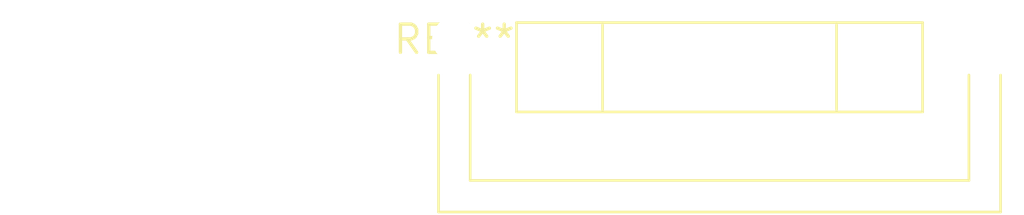
<source format=kicad_pcb>
(kicad_pcb (version 20240108) (generator pcbnew)
  (layers (0 "F.Cu" signal) (31 "B.Cu" signal) (34 "B.Paste" user) (35 "F.Paste" user) (36 "B.SilkS" user "B.Silkscreen") (37 "F.SilkS" user "F.Silkscreen") (38 "B.Mask" user) (39 "F.Mask" user) (44 "Edge.Cuts" user))
  (net 0 "")
  (footprint "Heatsink_Fischer_FK224xx2201_25x8.3mm" (layer "F.Cu") (at 0 0)
    (property "Reference" "REF**")
    (property "Value" "Heatsink_Fischer_FK224xx2201_25x8.3mm")
    (fp_line (start -0.71 1.6) (end -0.71 7.76) (layer "F.SilkS") (stroke (width 0.12)))
    (fp_line (start 0.71 1.6) (end 0.71 6.34) (layer "F.SilkS") (stroke (width 0.12)))
    (fp_line (start 2.79 -0.76) (end 2.79 3.26) (layer "F.SilkS") (stroke (width 0.12)))
    (fp_line (start 2.79 3.26) (end 21.01 3.26) (layer "F.SilkS") (stroke (width 0.12)))
    (fp_line (start 6.65 -0.65) (end 6.65 3.15) (layer "F.SilkS") (stroke (width 0.12)))
    (fp_line (start 17.15 -0.65) (end 17.15 3.15) (layer "F.SilkS") (stroke (width 0.12)))
    (fp_line (start 21.01 -0.76) (end 2.79 -0.76) (layer "F.SilkS") (stroke (width 0.12)))
    (fp_line (start 21.01 3.26) (end 21.01 -0.76) (layer "F.SilkS") (stroke (width 0.12)))
    (fp_line (start 23.09 1.6) (end 23.09 6.34) (layer "F.SilkS") (stroke (width 0.12)))
    (fp_line (start 23.09 6.34) (end 0.71 6.34) (layer "F.SilkS") (stroke (width 0.12)))
    (fp_line (start 24.51 1.6) (end 24.51 7.76) (layer "F.SilkS") (stroke (width 0.12)))
    (fp_line (start 24.51 7.76) (end -0.71 7.76) (layer "F.SilkS") (stroke (width 0.12)))
    (pad "1" thru_hole circle (at 0 0) (size 3 3) (drill 2) (layers *.Cu *.Mask) (remove_unused_layers))
    (pad "1" thru_hole circle (at 23.8 0) (size 3 3) (drill 2) (layers *.Cu *.Mask) (remove_unused_layers))
  )
)
</source>
